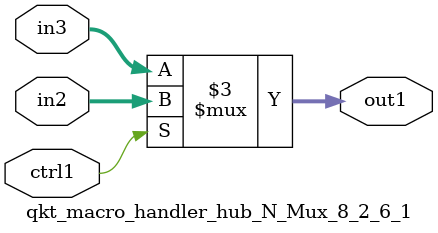
<source format=v>

`timescale 1ps / 1ps


module qkt_macro_handler_hub_N_Mux_8_2_6_1( in3, in2, ctrl1, out1 );

    input [7:0] in3;
    input [7:0] in2;
    input ctrl1;
    output [7:0] out1;
    reg [7:0] out1;

    
    // rtl_process:qkt_macro_handler_hub_N_Mux_8_2_6_1/qkt_macro_handler_hub_N_Mux_8_2_6_1_thread_1
    always @*
      begin : qkt_macro_handler_hub_N_Mux_8_2_6_1_thread_1
        case (ctrl1) 
          1'b1: 
            begin
              out1 = in2;
            end
          default: 
            begin
              out1 = in3;
            end
        endcase
      end

endmodule


</source>
